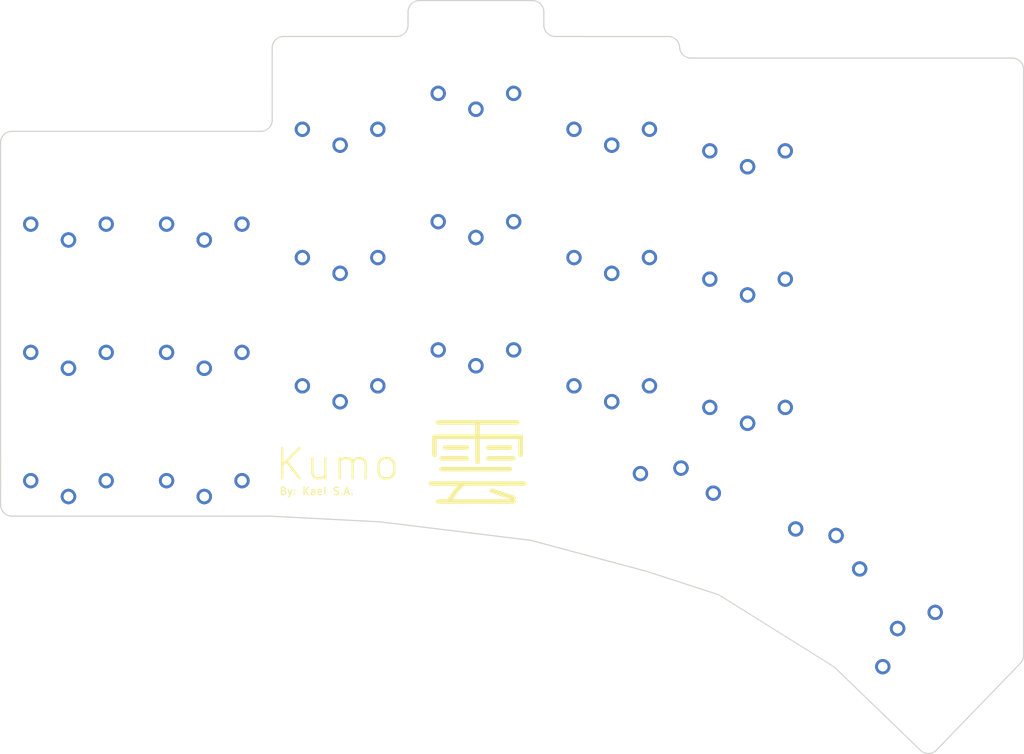
<source format=kicad_pcb>
(kicad_pcb (version 20221018) (generator pcbnew)
  (title_block (title "kalypcb") (rev "v1.0.0") (company "Dwctor"))
  (layers (0 "F.Cu" signal) (31 "B.Cu" signal) (34 "B.Paste" user) (35 "F.Paste" user) (36 "B.SilkS" user "B.Silkscreen") (37 "F.SilkS" user "F.Silkscreen") (38 "B.Mask" user) (39 "F.Mask" user) (44 "Edge.Cuts" user))
  (net 0 "")
  (net 1 "GND")
  (net 2 "matrix_outer_bottom")
  (net 3 "matrix_outer_home")
  (net 4 "matrix_outer_top")
  (net 5 "matrix_pinky_bottom")
  (net 6 "matrix_pinky_home")
  (net 7 "matrix_pinky_top")
  (net 8 "matrix_ring_bottom")
  (net 9 "matrix_ring_home")
  (net 10 "matrix_ring_top")
  (net 11 "matrix_middle_bottom")
  (net 12 "matrix_middle_home")
  (net 13 "matrix_middle_top")
  (net 14 "matrix_index_bottom")
  (net 15 "matrix_index_home")
  (net 16 "matrix_index_top")
  (net 17 "matrix_inner_bottom")
  (net 18 "matrix_inner_home")
  (net 19 "matrix_inner_top")
  (net 20 "thumb_inny")
  (net 21 "thumb_middy")
  (net 22 "thumb_reachy")
  (footprint "PG1350" (layer "F.Cu") (at 58 43.5 180)
    (fp_text reference "S8" hide)
    (fp_text value "" hide)
    (pad "" np_thru_hole circle (at -5.5 0 180) (size 1.7018 1.7018) (drill 1.7018) (layers "*.Cu" "*.Mask"))
    (pad "" np_thru_hole circle (at 0 0 180) (size 3.429 3.429) (drill 3.429) (layers "*.Cu" "*.Mask"))
    (pad "" np_thru_hole circle (at 5.5 0 180) (size 1.7018 1.7018) (drill 1.7018) (layers "*.Cu" "*.Mask"))
    (pad "1" thru_hole circle (at -5 -3.8 180) (size 2.032 2.032) (drill 1.27) (layers "*.Cu" "*.Mask") (net 1 "GND"))
    (pad "1" thru_hole circle (at 5 -3.8 180) (size 2.032 2.032) (drill 1.27) (layers "*.Cu" "*.Mask") (net 1 "GND"))
    (pad "2" thru_hole circle (at 0 -5.9 180) (size 2.032 2.032) (drill 1.27) (layers "*.Cu" "*.Mask") (net 9 "matrix_ring_home"))
    (pad "2" thru_hole circle (at 0 -5.9 180) (size 2.032 2.032) (drill 1.27) (layers "*.Cu" "*.Mask") (net 9 "matrix_ring_home"))
  )
  (footprint "PG1350" (layer "F.Cu") (at 120.602727 89.14088 -32)
    (fp_text reference "S20" hide)
    (fp_text value "" hide)
    (pad "" np_thru_hole circle (at -5.5 0) (size 1.7018 1.7018) (drill 1.7018) (layers "*.Cu" "*.Mask"))
    (pad "" np_thru_hole circle (at 0 0) (size 3.429 3.429) (drill 3.429) (layers "*.Cu" "*.Mask"))
    (pad "" np_thru_hole circle (at 5.5 0) (size 1.7018 1.7018) (drill 1.7018) (layers "*.Cu" "*.Mask"))
    (pad "1" thru_hole circle (at -5 -3.8) (size 2.032 2.032) (drill 1.27) (layers "*.Cu" "*.Mask") (net 1 "GND"))
    (pad "1" thru_hole circle (at 5 -3.8) (size 2.032 2.032) (drill 1.27) (layers "*.Cu" "*.Mask") (net 1 "GND"))
    (pad "2" thru_hole circle (at 0 -5.9) (size 2.032 2.032) (drill 1.27) (layers "*.Cu" "*.Mask") (net 21 "thumb_middy"))
    (pad "2" thru_hole circle (at 0 -5.9) (size 2.032 2.032) (drill 1.27) (layers "*.Cu" "*.Mask") (net 21 "thumb_middy"))
  )
  (footprint "PG1350" (layer "F.Cu") (at 76 55.74 180)
    (fp_text reference "S10" hide)
    (fp_text value "" hide)
    (pad "" np_thru_hole circle (at -5.5 0 180) (size 1.7018 1.7018) (drill 1.7018) (layers "*.Cu" "*.Mask"))
    (pad "" np_thru_hole circle (at 0 0 180) (size 3.429 3.429) (drill 3.429) (layers "*.Cu" "*.Mask"))
    (pad "" np_thru_hole circle (at 5.5 0 180) (size 1.7018 1.7018) (drill 1.7018) (layers "*.Cu" "*.Mask"))
    (pad "1" thru_hole circle (at -5 -3.8 180) (size 2.032 2.032) (drill 1.27) (layers "*.Cu" "*.Mask") (net 1 "GND"))
    (pad "1" thru_hole circle (at 5 -3.8 180) (size 2.032 2.032) (drill 1.27) (layers "*.Cu" "*.Mask") (net 1 "GND"))
    (pad "2" thru_hole circle (at 0 -5.9 180) (size 2.032 2.032) (drill 1.27) (layers "*.Cu" "*.Mask") (net 11 "matrix_middle_bottom"))
    (pad "2" thru_hole circle (at 0 -5.9 180) (size 2.032 2.032) (drill 1.27) (layers "*.Cu" "*.Mask") (net 11 "matrix_middle_bottom"))
  )
  (footprint "PG1350" (layer "F.Cu") (at 94 60.5 180)
    (fp_text reference "S13" hide)
    (fp_text value "" hide)
    (pad "" np_thru_hole circle (at -5.5 0 180) (size 1.7018 1.7018) (drill 1.7018) (layers "*.Cu" "*.Mask"))
    (pad "" np_thru_hole circle (at 0 0 180) (size 3.429 3.429) (drill 3.429) (layers "*.Cu" "*.Mask"))
    (pad "" np_thru_hole circle (at 5.5 0 180) (size 1.7018 1.7018) (drill 1.7018) (layers "*.Cu" "*.Mask"))
    (pad "1" thru_hole circle (at -5 -3.8 180) (size 2.032 2.032) (drill 1.27) (layers "*.Cu" "*.Mask") (net 1 "GND"))
    (pad "1" thru_hole circle (at 5 -3.8 180) (size 2.032 2.032) (drill 1.27) (layers "*.Cu" "*.Mask") (net 1 "GND"))
    (pad "2" thru_hole circle (at 0 -5.9 180) (size 2.032 2.032) (drill 1.27) (layers "*.Cu" "*.Mask") (net 14 "matrix_index_bottom"))
    (pad "2" thru_hole circle (at 0 -5.9 180) (size 2.032 2.032) (drill 1.27) (layers "*.Cu" "*.Mask") (net 14 "matrix_index_bottom"))
  )
  (footprint "PG1350" (layer "F.Cu") (at 40 73.07 180)
    (fp_text reference "S4" hide)
    (fp_text value "" hide)
    (pad "" np_thru_hole circle (at -5.5 0 180) (size 1.7018 1.7018) (drill 1.7018) (layers "*.Cu" "*.Mask"))
    (pad "" np_thru_hole circle (at 0 0 180) (size 3.429 3.429) (drill 3.429) (layers "*.Cu" "*.Mask"))
    (pad "" np_thru_hole circle (at 5.5 0 180) (size 1.7018 1.7018) (drill 1.7018) (layers "*.Cu" "*.Mask"))
    (pad "1" thru_hole circle (at -5 -3.8 180) (size 2.032 2.032) (drill 1.27) (layers "*.Cu" "*.Mask") (net 1 "GND"))
    (pad "1" thru_hole circle (at 5 -3.8 180) (size 2.032 2.032) (drill 1.27) (layers "*.Cu" "*.Mask") (net 1 "GND"))
    (pad "2" thru_hole circle (at 0 -5.9 180) (size 2.032 2.032) (drill 1.27) (layers "*.Cu" "*.Mask") (net 5 "matrix_pinky_bottom"))
    (pad "2" thru_hole circle (at 0 -5.9 180) (size 2.032 2.032) (drill 1.27) (layers "*.Cu" "*.Mask") (net 5 "matrix_pinky_bottom"))
  )
  (footprint "PG1350" (layer "F.Cu") (at 136.127212 100.56429 46)
    (fp_text reference "S21" hide)
    (fp_text value "" hide)
    (pad "" np_thru_hole circle (at -5.5 0 180) (size 1.7018 1.7018) (drill 1.7018) (layers "*.Cu" "*.Mask"))
    (pad "" np_thru_hole circle (at 0 0 180) (size 3.429 3.429) (drill 3.429) (layers "*.Cu" "*.Mask"))
    (pad "" np_thru_hole circle (at 5.5 0 180) (size 1.7018 1.7018) (drill 1.7018) (layers "*.Cu" "*.Mask"))
    (pad "1" thru_hole circle (at -5 -3.8 180) (size 2.032 2.032) (drill 1.27) (layers "*.Cu" "*.Mask") (net 1 "GND"))
    (pad "1" thru_hole circle (at 5 -3.8 180) (size 2.032 2.032) (drill 1.27) (layers "*.Cu" "*.Mask") (net 1 "GND"))
    (pad "2" thru_hole circle (at 0 -5.9 180) (size 2.032 2.032) (drill 1.27) (layers "*.Cu" "*.Mask") (net 22 "thumb_reachy"))
    (pad "2" thru_hole circle (at 0 -5.9 180) (size 2.032 2.032) (drill 1.27) (layers "*.Cu" "*.Mask") (net 22 "thumb_reachy"))
  )
  (footprint "PG1350" (layer "F.Cu") (at 40 56.07 180)
    (fp_text reference "S5" hide)
    (fp_text value "" hide)
    (pad "" np_thru_hole circle (at -5.5 0 180) (size 1.7018 1.7018) (drill 1.7018) (layers "*.Cu" "*.Mask"))
    (pad "" np_thru_hole circle (at 0 0 180) (size 3.429 3.429) (drill 3.429) (layers "*.Cu" "*.Mask"))
    (pad "" np_thru_hole circle (at 5.5 0 180) (size 1.7018 1.7018) (drill 1.7018) (layers "*.Cu" "*.Mask"))
    (pad "1" thru_hole circle (at -5 -3.8 180) (size 2.032 2.032) (drill 1.27) (layers "*.Cu" "*.Mask") (net 1 "GND"))
    (pad "1" thru_hole circle (at 5 -3.8 180) (size 2.032 2.032) (drill 1.27) (layers "*.Cu" "*.Mask") (net 1 "GND"))
    (pad "2" thru_hole circle (at 0 -5.9 180) (size 2.032 2.032) (drill 1.27) (layers "*.Cu" "*.Mask") (net 6 "matrix_pinky_home"))
    (pad "2" thru_hole circle (at 0 -5.9 180) (size 2.032 2.032) (drill 1.27) (layers "*.Cu" "*.Mask") (net 6 "matrix_pinky_home"))
  )
  (footprint "PG1350" (layer "F.Cu") (at 101.65 80.9 -15)
    (fp_text reference "S19" hide)
    (fp_text value "" hide)
    (pad "" np_thru_hole circle (at -5.5 0) (size 1.7018 1.7018) (drill 1.7018) (layers "*.Cu" "*.Mask"))
    (pad "" np_thru_hole circle (at 0 0) (size 3.429 3.429) (drill 3.429) (layers "*.Cu" "*.Mask"))
    (pad "" np_thru_hole circle (at 5.5 0) (size 1.7018 1.7018) (drill 1.7018) (layers "*.Cu" "*.Mask"))
    (pad "1" thru_hole circle (at -5 -3.8) (size 2.032 2.032) (drill 1.27) (layers "*.Cu" "*.Mask") (net 1 "GND"))
    (pad "1" thru_hole circle (at 5 -3.8) (size 2.032 2.032) (drill 1.27) (layers "*.Cu" "*.Mask") (net 1 "GND"))
    (pad "2" thru_hole circle (at 0 -5.9) (size 2.032 2.032) (drill 1.27) (layers "*.Cu" "*.Mask") (net 20 "thumb_inny"))
    (pad "2" thru_hole circle (at 0 -5.9) (size 2.032 2.032) (drill 1.27) (layers "*.Cu" "*.Mask") (net 20 "thumb_inny"))
  )
  (footprint "PG1350" (layer "F.Cu") (at 94 26.5 180)
    (fp_text reference "S15" hide)
    (fp_text value "" hide)
    (pad "" np_thru_hole circle (at -5.5 0 180) (size 1.7018 1.7018) (drill 1.7018) (layers "*.Cu" "*.Mask"))
    (pad "" np_thru_hole circle (at 0 0 180) (size 3.429 3.429) (drill 3.429) (layers "*.Cu" "*.Mask"))
    (pad "" np_thru_hole circle (at 5.5 0 180) (size 1.7018 1.7018) (drill 1.7018) (layers "*.Cu" "*.Mask"))
    (pad "1" thru_hole circle (at -5 -3.8 180) (size 2.032 2.032) (drill 1.27) (layers "*.Cu" "*.Mask") (net 1 "GND"))
    (pad "1" thru_hole circle (at 5 -3.8 180) (size 2.032 2.032) (drill 1.27) (layers "*.Cu" "*.Mask") (net 1 "GND"))
    (pad "2" thru_hole circle (at 0 -5.9 180) (size 2.032 2.032) (drill 1.27) (layers "*.Cu" "*.Mask") (net 16 "matrix_index_top"))
    (pad "2" thru_hole circle (at 0 -5.9 180) (size 2.032 2.032) (drill 1.27) (layers "*.Cu" "*.Mask") (net 16 "matrix_index_top"))
  )
  (footprint "PG1350" (layer "F.Cu") (at 22 73.07 180)
    (fp_text reference "S1" hide)
    (fp_text value "" hide)
    (pad "" np_thru_hole circle (at -5.5 0 180) (size 1.7018 1.7018) (drill 1.7018) (layers "*.Cu" "*.Mask"))
    (pad "" np_thru_hole circle (at 0 0 180) (size 3.429 3.429) (drill 3.429) (layers "*.Cu" "*.Mask"))
    (pad "" np_thru_hole circle (at 5.5 0 180) (size 1.7018 1.7018) (drill 1.7018) (layers "*.Cu" "*.Mask"))
    (pad "1" thru_hole circle (at -5 -3.8 180) (size 2.032 2.032) (drill 1.27) (layers "*.Cu" "*.Mask") (net 1 "GND"))
    (pad "1" thru_hole circle (at 5 -3.8 180) (size 2.032 2.032) (drill 1.27) (layers "*.Cu" "*.Mask") (net 1 "GND"))
    (pad "2" thru_hole circle (at 0 -5.9 180) (size 2.032 2.032) (drill 1.27) (layers "*.Cu" "*.Mask") (net 2 "matrix_outer_bottom"))
    (pad "2" thru_hole circle (at 0 -5.9 180) (size 2.032 2.032) (drill 1.27) (layers "*.Cu" "*.Mask") (net 2 "matrix_outer_bottom"))
  )
  (footprint "PG1350" (layer "F.Cu") (at 112 29.36 180)
    (fp_text reference "S18" hide)
    (fp_text value "" hide)
    (pad "" np_thru_hole circle (at -5.5 0 180) (size 1.7018 1.7018) (drill 1.7018) (layers "*.Cu" "*.Mask"))
    (pad "" np_thru_hole circle (at 0 0 180) (size 3.429 3.429) (drill 3.429) (layers "*.Cu" "*.Mask"))
    (pad "" np_thru_hole circle (at 5.5 0 180) (size 1.7018 1.7018) (drill 1.7018) (layers "*.Cu" "*.Mask"))
    (pad "1" thru_hole circle (at -5 -3.8 180) (size 2.032 2.032) (drill 1.27) (layers "*.Cu" "*.Mask") (net 1 "GND"))
    (pad "1" thru_hole circle (at 5 -3.8 180) (size 2.032 2.032) (drill 1.27) (layers "*.Cu" "*.Mask") (net 1 "GND"))
    (pad "2" thru_hole circle (at 0 -5.9 180) (size 2.032 2.032) (drill 1.27) (layers "*.Cu" "*.Mask") (net 19 "matrix_inner_top"))
    (pad "2" thru_hole circle (at 0 -5.9 180) (size 2.032 2.032) (drill 1.27) (layers "*.Cu" "*.Mask") (net 19 "matrix_inner_top"))
  )
  (footprint "PG1350" (layer "F.Cu") (at 76 38.74 180)
    (fp_text reference "S11" hide)
    (fp_text value "" hide)
    (pad "" np_thru_hole circle (at -5.5 0 180) (size 1.7018 1.7018) (drill 1.7018) (layers "*.Cu" "*.Mask"))
    (pad "" np_thru_hole circle (at 0 0 180) (size 3.429 3.429) (drill 3.429) (layers "*.Cu" "*.Mask"))
    (pad "" np_thru_hole circle (at 5.5 0 180) (size 1.7018 1.7018) (drill 1.7018) (layers "*.Cu" "*.Mask"))
    (pad "1" thru_hole circle (at -5 -3.8 180) (size 2.032 2.032) (drill 1.27) (layers "*.Cu" "*.Mask") (net 1 "GND"))
    (pad "1" thru_hole circle (at 5 -3.8 180) (size 2.032 2.032) (drill 1.27) (layers "*.Cu" "*.Mask") (net 1 "GND"))
    (pad "2" thru_hole circle (at 0 -5.9 180) (size 2.032 2.032) (drill 1.27) (layers "*.Cu" "*.Mask") (net 12 "matrix_middle_home"))
    (pad "2" thru_hole circle (at 0 -5.9 180) (size 2.032 2.032) (drill 1.27) (layers "*.Cu" "*.Mask") (net 12 "matrix_middle_home"))
  )
  (footprint "PG1350" (layer "F.Cu") (at 58 26.5 180)
    (fp_text reference "S9" hide)
    (fp_text value "" hide)
    (pad "" np_thru_hole circle (at -5.5 0 180) (size 1.7018 1.7018) (drill 1.7018) (layers "*.Cu" "*.Mask"))
    (pad "" np_thru_hole circle (at 0 0 180) (size 3.429 3.429) (drill 3.429) (layers "*.Cu" "*.Mask"))
    (pad "" np_thru_hole circle (at 5.5 0 180) (size 1.7018 1.7018) (drill 1.7018) (layers "*.Cu" "*.Mask"))
    (pad "1" thru_hole circle (at -5 -3.8 180) (size 2.032 2.032) (drill 1.27) (layers "*.Cu" "*.Mask") (net 1 "GND"))
    (pad "1" thru_hole circle (at 5 -3.8 180) (size 2.032 2.032) (drill 1.27) (layers "*.Cu" "*.Mask") (net 1 "GND"))
    (pad "2" thru_hole circle (at 0 -5.9 180) (size 2.032 2.032) (drill 1.27) (layers "*.Cu" "*.Mask") (net 10 "matrix_ring_top"))
    (pad "2" thru_hole circle (at 0 -5.9 180) (size 2.032 2.032) (drill 1.27) (layers "*.Cu" "*.Mask") (net 10 "matrix_ring_top"))
  )
  (footprint "PG1350" (layer "F.Cu") (at 40 39.07 180)
    (fp_text reference "S6" hide)
    (fp_text value "" hide)
    (pad "" np_thru_hole circle (at -5.5 0 180) (size 1.7018 1.7018) (drill 1.7018) (layers "*.Cu" "*.Mask"))
    (pad "" np_thru_hole circle (at 0 0 180) (size 3.429 3.429) (drill 3.429) (layers "*.Cu" "*.Mask"))
    (pad "" np_thru_hole circle (at 5.5 0 180) (size 1.7018 1.7018) (drill 1.7018) (layers "*.Cu" "*.Mask"))
    (pad "1" thru_hole circle (at -5 -3.8 180) (size 2.032 2.032) (drill 1.27) (layers "*.Cu" "*.Mask") (net 1 "GND"))
    (pad "1" thru_hole circle (at 5 -3.8 180) (size 2.032 2.032) (drill 1.27) (layers "*.Cu" "*.Mask") (net 1 "GND"))
    (pad "2" thru_hole circle (at 0 -5.9 180) (size 2.032 2.032) (drill 1.27) (layers "*.Cu" "*.Mask") (net 7 "matrix_pinky_top"))
    (pad "2" thru_hole circle (at 0 -5.9 180) (size 2.032 2.032) (drill 1.27) (layers "*.Cu" "*.Mask") (net 7 "matrix_pinky_top"))
  )
  (footprint "PG1350" (layer "F.Cu") (at 94 43.5 180)
    (fp_text reference "S14" hide)
    (fp_text value "" hide)
    (pad "" np_thru_hole circle (at -5.5 0 180) (size 1.7018 1.7018) (drill 1.7018) (layers "*.Cu" "*.Mask"))
    (pad "" np_thru_hole circle (at 0 0 180) (size 3.429 3.429) (drill 3.429) (layers "*.Cu" "*.Mask"))
    (pad "" np_thru_hole circle (at 5.5 0 180) (size 1.7018 1.7018) (drill 1.7018) (layers "*.Cu" "*.Mask"))
    (pad "1" thru_hole circle (at -5 -3.8 180) (size 2.032 2.032) (drill 1.27) (layers "*.Cu" "*.Mask") (net 1 "GND"))
    (pad "1" thru_hole circle (at 5 -3.8 180) (size 2.032 2.032) (drill 1.27) (layers "*.Cu" "*.Mask") (net 1 "GND"))
    (pad "2" thru_hole circle (at 0 -5.9 180) (size 2.032 2.032) (drill 1.27) (layers "*.Cu" "*.Mask") (net 15 "matrix_index_home"))
    (pad "2" thru_hole circle (at 0 -5.9 180) (size 2.032 2.032) (drill 1.27) (layers "*.Cu" "*.Mask") (net 15 "matrix_index_home"))
  )
  (footprint "PG1350" (layer "F.Cu") (at 76 21.74 180)
    (fp_text reference "S12" hide)
    (fp_text value "" hide)
    (pad "" np_thru_hole circle (at -5.5 0 180) (size 1.7018 1.7018) (drill 1.7018) (layers "*.Cu" "*.Mask"))
    (pad "" np_thru_hole circle (at 0 0 180) (size 3.429 3.429) (drill 3.429) (layers "*.Cu" "*.Mask"))
    (pad "" np_thru_hole circle (at 5.5 0 180) (size 1.7018 1.7018) (drill 1.7018) (layers "*.Cu" "*.Mask"))
    (pad "1" thru_hole circle (at -5 -3.8 180) (size 2.032 2.032) (drill 1.27) (layers "*.Cu" "*.Mask") (net 1 "GND"))
    (pad "1" thru_hole circle (at 5 -3.8 180) (size 2.032 2.032) (drill 1.27) (layers "*.Cu" "*.Mask") (net 1 "GND"))
    (pad "2" thru_hole circle (at 0 -5.9 180) (size 2.032 2.032) (drill 1.27) (layers "*.Cu" "*.Mask") (net 13 "matrix_middle_top"))
    (pad "2" thru_hole circle (at 0 -5.9 180) (size 2.032 2.032) (drill 1.27) (layers "*.Cu" "*.Mask") (net 13 "matrix_middle_top"))
  )
  (footprint "PG1350" (layer "F.Cu") (at 112 63.36 180)
    (fp_text reference "S16" hide)
    (fp_text value "" hide)
    (pad "" np_thru_hole circle (at -5.5 0 180) (size 1.7018 1.7018) (drill 1.7018) (layers "*.Cu" "*.Mask"))
    (pad "" np_thru_hole circle (at 0 0 180) (size 3.429 3.429) (drill 3.429) (layers "*.Cu" "*.Mask"))
    (pad "" np_thru_hole circle (at 5.5 0 180) (size 1.7018 1.7018) (drill 1.7018) (layers "*.Cu" "*.Mask"))
    (pad "1" thru_hole circle (at -5 -3.8 180) (size 2.032 2.032) (drill 1.27) (layers "*.Cu" "*.Mask") (net 1 "GND"))
    (pad "1" thru_hole circle (at 5 -3.8 180) (size 2.032 2.032) (drill 1.27) (layers "*.Cu" "*.Mask") (net 1 "GND"))
    (pad "2" thru_hole circle (at 0 -5.9 180) (size 2.032 2.032) (drill 1.27) (layers "*.Cu" "*.Mask") (net 17 "matrix_inner_bottom"))
    (pad "2" thru_hole circle (at 0 -5.9 180) (size 2.032 2.032) (drill 1.27) (layers "*.Cu" "*.Mask") (net 17 "matrix_inner_bottom"))
  )
  (footprint "PG1350" (layer "F.Cu") (at 22 39.07 180)
    (fp_text reference "S3" hide)
    (fp_text value "" hide)
    (pad "" np_thru_hole circle (at -5.5 0 180) (size 1.7018 1.7018) (drill 1.7018) (layers "*.Cu" "*.Mask"))
    (pad "" np_thru_hole circle (at 0 0 180) (size 3.429 3.429) (drill 3.429) (layers "*.Cu" "*.Mask"))
    (pad "" np_thru_hole circle (at 5.5 0 180) (size 1.7018 1.7018) (drill 1.7018) (layers "*.Cu" "*.Mask"))
    (pad "1" thru_hole circle (at -5 -3.8 180) (size 2.032 2.032) (drill 1.27) (layers "*.Cu" "*.Mask") (net 1 "GND"))
    (pad "1" thru_hole circle (at 5 -3.8 180) (size 2.032 2.032) (drill 1.27) (layers "*.Cu" "*.Mask") (net 1 "GND"))
    (pad "2" thru_hole circle (at 0 -5.9 180) (size 2.032 2.032) (drill 1.27) (layers "*.Cu" "*.Mask") (net 4 "matrix_outer_top"))
    (pad "2" thru_hole circle (at 0 -5.9 180) (size 2.032 2.032) (drill 1.27) (layers "*.Cu" "*.Mask") (net 4 "matrix_outer_top"))
  )
  (footprint "PG1350" (layer "F.Cu") (at 22 56.07 180)
    (fp_text reference "S2" hide)
    (fp_text value "" hide)
    (pad "" np_thru_hole circle (at -5.5 0 180) (size 1.7018 1.7018) (drill 1.7018) (layers "*.Cu" "*.Mask"))
    (pad "" np_thru_hole circle (at 0 0 180) (size 3.429 3.429) (drill 3.429) (layers "*.Cu" "*.Mask"))
    (pad "" np_thru_hole circle (at 5.5 0 180) (size 1.7018 1.7018) (drill 1.7018) (layers "*.Cu" "*.Mask"))
    (pad "1" thru_hole circle (at -5 -3.8 180) (size 2.032 2.032) (drill 1.27) (layers "*.Cu" "*.Mask") (net 1 "GND"))
    (pad "1" thru_hole circle (at 5 -3.8 180) (size 2.032 2.032) (drill 1.27) (layers "*.Cu" "*.Mask") (net 1 "GND"))
    (pad "2" thru_hole circle (at 0 -5.9 180) (size 2.032 2.032) (drill 1.27) (layers "*.Cu" "*.Mask") (net 3 "matrix_outer_home"))
    (pad "2" thru_hole circle (at 0 -5.9 180) (size 2.032 2.032) (drill 1.27) (layers "*.Cu" "*.Mask") (net 3 "matrix_outer_home"))
  )
  (footprint "PG1350" (layer "F.Cu") (at 112 46.36 180)
    (fp_text reference "S17" hide)
    (fp_text value "" hide)
    (pad "" np_thru_hole circle (at -5.5 0 180) (size 1.7018 1.7018) (drill 1.7018) (layers "*.Cu" "*.Mask"))
    (pad "" np_thru_hole circle (at 0 0 180) (size 3.429 3.429) (drill 3.429) (layers "*.Cu" "*.Mask"))
    (pad "" np_thru_hole circle (at 5.5 0 180) (size 1.7018 1.7018) (drill 1.7018) (layers "*.Cu" "*.Mask"))
    (pad "1" thru_hole circle (at -5 -3.8 180) (size 2.032 2.032) (drill 1.27) (layers "*.Cu" "*.Mask") (net 1 "GND"))
    (pad "1" thru_hole circle (at 5 -3.8 180) (size 2.032 2.032) (drill 1.27) (layers "*.Cu" "*.Mask") (net 1 "GND"))
    (pad "2" thru_hole circle (at 0 -5.9 180) (size 2.032 2.032) (drill 1.27) (layers "*.Cu" "*.Mask") (net 18 "matrix_inner_home"))
    (pad "2" thru_hole circle (at 0 -5.9 180) (size 2.032 2.032) (drill 1.27) (layers "*.Cu" "*.Mask") (net 18 "matrix_inner_home"))
  )
  (footprint "PG1350" (layer "F.Cu") (at 58 60.5 180)
    (fp_text reference "S7" hide)
    (fp_text value "" hide)
    (pad "" np_thru_hole circle (at -5.5 0 180) (size 1.7018 1.7018) (drill 1.7018) (layers "*.Cu" "*.Mask"))
    (pad "" np_thru_hole circle (at 0 0 180) (size 3.429 3.429) (drill 3.429) (layers "*.Cu" "*.Mask"))
    (pad "" np_thru_hole circle (at 5.5 0 180) (size 1.7018 1.7018) (drill 1.7018) (layers "*.Cu" "*.Mask"))
    (pad "1" thru_hole circle (at -5 -3.8 180) (size 2.032 2.032) (drill 1.27) (layers "*.Cu" "*.Mask") (net 1 "GND"))
    (pad "1" thru_hole circle (at 5 -3.8 180) (size 2.032 2.032) (drill 1.27) (layers "*.Cu" "*.Mask") (net 1 "GND"))
    (pad "2" thru_hole circle (at 0 -5.9 180) (size 2.032 2.032) (drill 1.27) (layers "*.Cu" "*.Mask") (net 8 "matrix_ring_bottom"))
    (pad "2" thru_hole circle (at 0 -5.9 180) (size 2.032 2.032) (drill 1.27) (layers "*.Cu" "*.Mask") (net 8 "matrix_ring_bottom"))
  )
  (gr_line (start 83.5 13.24) (end 68.5 13.24) (stroke (width 0.15)) (layer "Edge.Cuts"))
  (gr_line (start 108.181571 91.991886) (end 123.461902 101.540097) (stroke (width 0.15)) (layer "Edge.Cuts"))
  (gr_arc (start 67 14.74) (mid 67.439354 13.679354) (end 68.5 13.24) (stroke (width 0.15)) (layer "Edge.Cuts"))
  (gr_arc (start 48.999354 29.069354) (mid 48.56 30.13) (end 47.499354 30.569354) (stroke (width 0.15)) (layer "Edge.Cuts"))
  (gr_line (start 14.51 81.57) (end 48.793641 81.57) (stroke (width 0.15)) (layer "Edge.Cuts"))
  (gr_arc (start 104.490646 20.859354) (mid 103.43 20.42) (end 102.990646 19.359354) (stroke (width 0.15)) (layer "Edge.Cuts"))
  (gr_arc (start 101.500004 18.00273) (mid 102.507765 18.392676) (end 102.990645 19.359354) (stroke (width 0.15)) (layer "Edge.Cuts"))
  (gr_line (start 65.499354 17.999354) (end 50.5 18) (stroke (width 0.15)) (layer "Edge.Cuts"))
  (gr_line (start 148.571022 99.86) (end 148.58 99.86) (stroke (width 0.15)) (layer "Edge.Cuts"))
  (gr_line (start 83.28955 84.78018) (end 98.669466 88.901216) (stroke (width 0.15)) (layer "Edge.Cuts"))
  (gr_line (start 148.58 99.86) (end 148.58 22.36) (stroke (width 0.15)) (layer "Edge.Cuts"))
  (gr_line (start 48.999354 29.069354) (end 49 19.5) (stroke (width 0.15)) (layer "Edge.Cuts"))
  (gr_line (start 98.669466 88.901216) (end 108.181571 91.991886) (stroke (width 0.15)) (layer "Edge.Cuts"))
  (gr_arc (start 137.044003 112.570933) (mid 135.991169 113.028736) (end 134.923006 112.607956) (stroke (width 0.15)) (layer "Edge.Cuts"))
  (gr_line (start 86.500646 17.999354) (end 101.500004 18.00273) (stroke (width 0.15)) (layer "Edge.Cuts"))
  (gr_line (start 63.36358 82.333578) (end 83.28955 84.78018) (stroke (width 0.15)) (layer "Edge.Cuts"))
  (gr_arc (start 148.571022 99.86) (mid 148.498239 100.506565) (end 148.158537 101.061497) (stroke (width 0.15)) (layer "Edge.Cuts"))
  (gr_arc (start 49 19.5) (mid 49.439354 18.439354) (end 50.5 18) (stroke (width 0.15)) (layer "Edge.Cuts"))
  (gr_line (start 147.08 20.86) (end 104.490646 20.859354) (stroke (width 0.15)) (layer "Edge.Cuts"))
  (gr_line (start 47.499354 30.569354) (end 14.5 30.57) (stroke (width 0.15)) (layer "Edge.Cuts"))
  (gr_arc (start 86.500646 17.999354) (mid 85.44 17.56) (end 85.000646 16.499354) (stroke (width 0.15)) (layer "Edge.Cuts"))
  (gr_line (start 137.044003 112.570934) (end 148.158537 101.061497) (stroke (width 0.15)) (layer "Edge.Cuts"))
  (gr_arc (start 14.51 81.57) (mid 13.449354 81.130646) (end 13.01 80.07) (stroke (width 0.15)) (layer "Edge.Cuts"))
  (gr_line (start 85 14.74) (end 85.000646 16.499354) (stroke (width 0.15)) (layer "Edge.Cuts"))
  (gr_arc (start 83.5 13.24) (mid 84.560646 13.679354) (end 85 14.74) (stroke (width 0.15)) (layer "Edge.Cuts"))
  (gr_line (start 13.01 80.07) (end 13 32.07) (stroke (width 0.15)) (layer "Edge.Cuts"))
  (gr_arc (start 147.08 20.86) (mid 148.140639 21.299348) (end 148.58 22.36) (stroke (width 0.15)) (layer "Edge.Cuts"))
  (gr_arc (start 13 32.07) (mid 13.439354 31.009354) (end 14.5 30.57) (stroke (width 0.15)) (layer "Edge.Cuts"))
  (gr_line (start 123.461902 101.540097) (end 134.923006 112.607956) (stroke (width 0.15)) (layer "Edge.Cuts"))
  (gr_arc (start 66.999354 16.499354) (mid 66.56 17.56) (end 65.499354 17.999354) (stroke (width 0.15)) (layer "Edge.Cuts"))
  (gr_line (start 67 14.74) (end 66.999354 16.499354) (stroke (width 0.15)) (layer "Edge.Cuts"))
  (gr_line (start 48.793641 81.57) (end 63.36358 82.333578) (stroke (width 0.15)) (layer "Edge.Cuts"))
  (gr_text "Kumo" (at 49.18 77.0545) (layer "F.SilkS") (effects (font (size 4 4) (thickness 0.3)) (justify left bottom)))
  (gr_text "By: Kael S.A." (at 49.88 78.8545) (layer "F.SilkS") (effects (font (size 1 1)) (justify left bottom)))
  (gr_text "雲" (at 68.68 81.3545) (layer "F.SilkS") (effects (font (size 10 10) (thickness 0.6)) (justify left bottom)))
)
</source>
